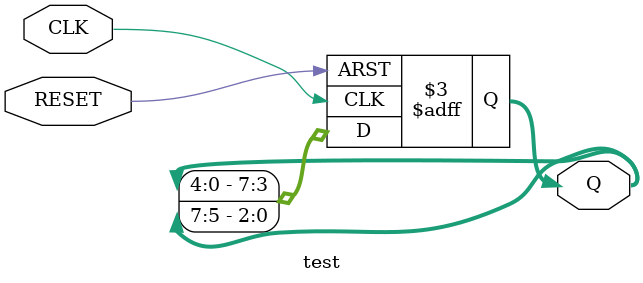
<source format=v>
module test(
    input CLK,
    input RESET,
    output reg [7:0] Q
);
    always @(posedge CLK or negedge RESET)
        if (!RESET)
            Q <= 8'h01;
        else
            Q <= {Q[4:0], Q[7:5]};
endmodule
</source>
